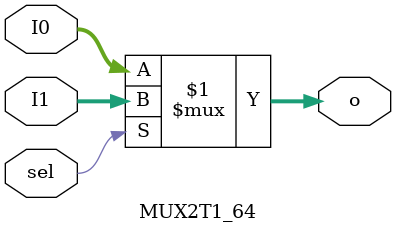
<source format=v>
`timescale 1ns / 1ps
module 	MUX2T1_64(input[63:0]I0,
						 input[63:0]I1,
						 input sel,
						 output[63:0]o
						 );

	assign o = (sel)? I1:I0;		//64Î»2Ñ¡Ò»,I0¡¢I1¶ÔÓ¦Ñ¡ÔñÍ¨µÀ0¡¢1

endmodule

</source>
